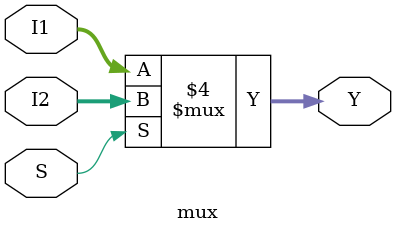
<source format=v>
module mux(I1,I2, S,Y);
parameter size = 4;
input [size - 1:0]I1, I2;
input S;
output reg [size-1:0]Y;
always @ (I1 or S or I2)
if (S==0) begin
Y = I1; end
else begin 
Y = I2; end
endmodule


</source>
